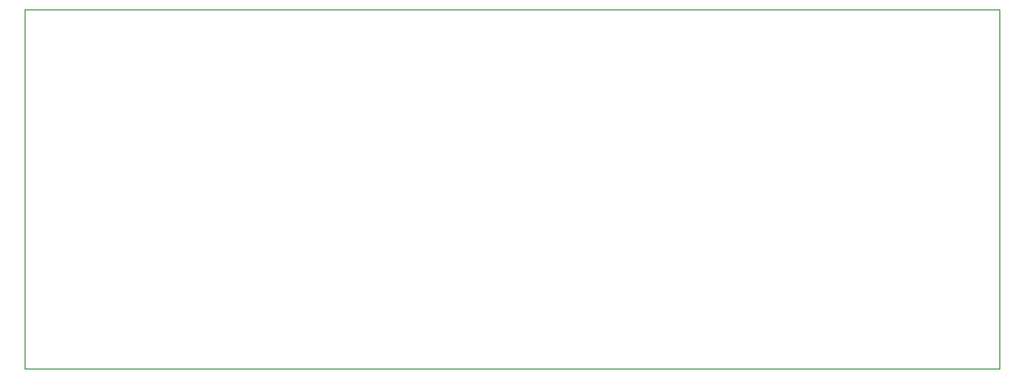
<source format=gbr>
%TF.GenerationSoftware,KiCad,Pcbnew,7.0.7*%
%TF.CreationDate,2024-03-20T00:35:15+00:00*%
%TF.ProjectId,TIMPS2Key,54494d50-5332-44b6-9579-2e6b69636164,rev?*%
%TF.SameCoordinates,Original*%
%TF.FileFunction,Profile,NP*%
%FSLAX46Y46*%
G04 Gerber Fmt 4.6, Leading zero omitted, Abs format (unit mm)*
G04 Created by KiCad (PCBNEW 7.0.7) date 2024-03-20 00:35:15*
%MOMM*%
%LPD*%
G01*
G04 APERTURE LIST*
%TA.AperFunction,Profile*%
%ADD10C,0.100000*%
%TD*%
G04 APERTURE END LIST*
D10*
X80710000Y-46750000D02*
X167900000Y-46750000D01*
X167900000Y-78930000D01*
X80710000Y-78930000D01*
X80710000Y-46750000D01*
M02*

</source>
